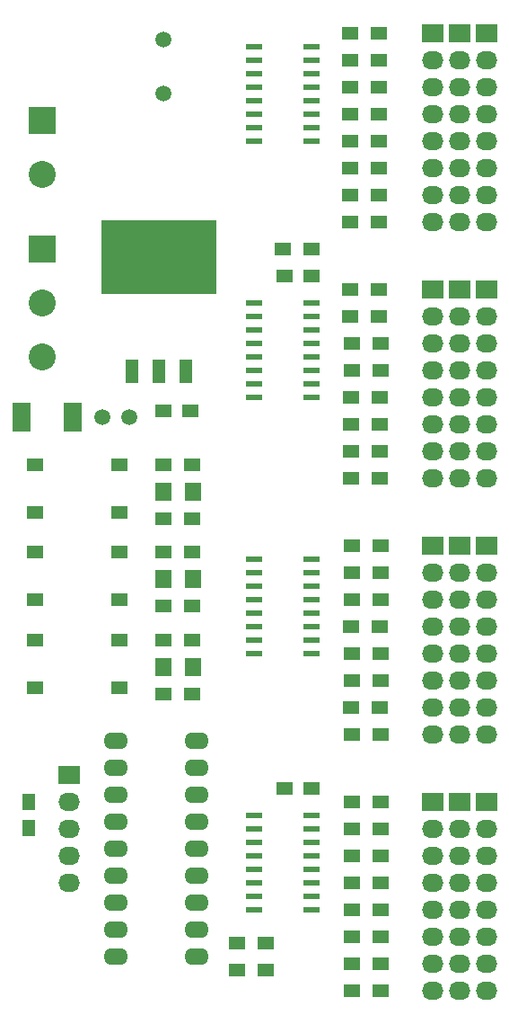
<source format=gts>
G04 #@! TF.FileFunction,Soldermask,Top*
%FSLAX46Y46*%
G04 Gerber Fmt 4.6, Leading zero omitted, Abs format (unit mm)*
G04 Created by KiCad (PCBNEW (2015-10-14 BZR 6269)-product) date Thursday, October 22, 2015 'PMt' 03:29:46 PM*
%MOMM*%
G01*
G04 APERTURE LIST*
%ADD10C,0.100000*%
%ADD11C,1.501140*%
%ADD12R,1.500000X1.250000*%
%ADD13R,1.250000X1.500000*%
%ADD14R,1.597660X1.800860*%
%ADD15R,1.800860X2.700020*%
%ADD16R,2.032000X1.727200*%
%ADD17O,2.032000X1.727200*%
%ADD18R,2.540000X2.540000*%
%ADD19C,2.540000*%
%ADD20R,1.500000X1.300000*%
%ADD21R,1.550000X1.300000*%
%ADD22R,1.500000X0.600000*%
%ADD23R,1.143000X2.286000*%
%ADD24R,10.800080X6.997700*%
%ADD25O,2.300000X1.600000*%
G04 APERTURE END LIST*
D10*
D11*
X152400000Y-67945000D03*
X152400000Y-62865000D03*
X149225000Y-98425000D03*
X146685000Y-98425000D03*
D12*
X154940000Y-97790000D03*
X152440000Y-97790000D03*
D13*
X139700000Y-134620000D03*
X139700000Y-137120000D03*
D14*
X155239720Y-105410000D03*
X152400000Y-105410000D03*
X155239720Y-113665000D03*
X152400000Y-113665000D03*
X155239720Y-121920000D03*
X152400000Y-121920000D03*
D15*
X139065000Y-98425000D03*
X143865600Y-98425000D03*
D16*
X177800000Y-62230000D03*
D17*
X177800000Y-64770000D03*
X177800000Y-67310000D03*
X177800000Y-69850000D03*
X177800000Y-72390000D03*
X177800000Y-74930000D03*
X177800000Y-77470000D03*
X177800000Y-80010000D03*
D16*
X180340000Y-62230000D03*
D17*
X180340000Y-64770000D03*
X180340000Y-67310000D03*
X180340000Y-69850000D03*
X180340000Y-72390000D03*
X180340000Y-74930000D03*
X180340000Y-77470000D03*
X180340000Y-80010000D03*
D16*
X182880000Y-62230000D03*
D17*
X182880000Y-64770000D03*
X182880000Y-67310000D03*
X182880000Y-69850000D03*
X182880000Y-72390000D03*
X182880000Y-74930000D03*
X182880000Y-77470000D03*
X182880000Y-80010000D03*
D16*
X177800000Y-86360000D03*
D17*
X177800000Y-88900000D03*
X177800000Y-91440000D03*
X177800000Y-93980000D03*
X177800000Y-96520000D03*
X177800000Y-99060000D03*
X177800000Y-101600000D03*
X177800000Y-104140000D03*
D16*
X180340000Y-86360000D03*
D17*
X180340000Y-88900000D03*
X180340000Y-91440000D03*
X180340000Y-93980000D03*
X180340000Y-96520000D03*
X180340000Y-99060000D03*
X180340000Y-101600000D03*
X180340000Y-104140000D03*
D16*
X182880000Y-86360000D03*
D17*
X182880000Y-88900000D03*
X182880000Y-91440000D03*
X182880000Y-93980000D03*
X182880000Y-96520000D03*
X182880000Y-99060000D03*
X182880000Y-101600000D03*
X182880000Y-104140000D03*
D16*
X177800000Y-110490000D03*
D17*
X177800000Y-113030000D03*
X177800000Y-115570000D03*
X177800000Y-118110000D03*
X177800000Y-120650000D03*
X177800000Y-123190000D03*
X177800000Y-125730000D03*
X177800000Y-128270000D03*
D16*
X180340000Y-110490000D03*
D17*
X180340000Y-113030000D03*
X180340000Y-115570000D03*
X180340000Y-118110000D03*
X180340000Y-120650000D03*
X180340000Y-123190000D03*
X180340000Y-125730000D03*
X180340000Y-128270000D03*
D16*
X182880000Y-110490000D03*
D17*
X182880000Y-113030000D03*
X182880000Y-115570000D03*
X182880000Y-118110000D03*
X182880000Y-120650000D03*
X182880000Y-123190000D03*
X182880000Y-125730000D03*
X182880000Y-128270000D03*
D16*
X177800000Y-134620000D03*
D17*
X177800000Y-137160000D03*
X177800000Y-139700000D03*
X177800000Y-142240000D03*
X177800000Y-144780000D03*
X177800000Y-147320000D03*
X177800000Y-149860000D03*
X177800000Y-152400000D03*
D16*
X180340000Y-134620000D03*
D17*
X180340000Y-137160000D03*
X180340000Y-139700000D03*
X180340000Y-142240000D03*
X180340000Y-144780000D03*
X180340000Y-147320000D03*
X180340000Y-149860000D03*
X180340000Y-152400000D03*
D16*
X182880000Y-134620000D03*
D17*
X182880000Y-137160000D03*
X182880000Y-139700000D03*
X182880000Y-142240000D03*
X182880000Y-144780000D03*
X182880000Y-147320000D03*
X182880000Y-149860000D03*
X182880000Y-152400000D03*
D18*
X140970000Y-70485000D03*
D19*
X140970000Y-75565000D03*
D18*
X140970000Y-82550000D03*
D19*
X140970000Y-87630000D03*
X140970000Y-92710000D03*
D16*
X143510000Y-132080000D03*
D17*
X143510000Y-134620000D03*
X143510000Y-137160000D03*
X143510000Y-139700000D03*
X143510000Y-142240000D03*
D20*
X170020000Y-62230000D03*
X172720000Y-62230000D03*
X170020000Y-64770000D03*
X172720000Y-64770000D03*
X170020000Y-67310000D03*
X172720000Y-67310000D03*
X170020000Y-69850000D03*
X172720000Y-69850000D03*
X170020000Y-72390000D03*
X172720000Y-72390000D03*
X170020000Y-74930000D03*
X172720000Y-74930000D03*
X170020000Y-77470000D03*
X172720000Y-77470000D03*
X170020000Y-80010000D03*
X172720000Y-80010000D03*
X170020000Y-86360000D03*
X172720000Y-86360000D03*
X170020000Y-88900000D03*
X172720000Y-88900000D03*
X170180000Y-91440000D03*
X172880000Y-91440000D03*
X170180000Y-93980000D03*
X172880000Y-93980000D03*
X170100000Y-96520000D03*
X172800000Y-96520000D03*
X170100000Y-99060000D03*
X172800000Y-99060000D03*
X170100000Y-101600000D03*
X172800000Y-101600000D03*
X170100000Y-104140000D03*
X172800000Y-104140000D03*
X152400000Y-102870000D03*
X155100000Y-102870000D03*
X155100000Y-107950000D03*
X152400000Y-107950000D03*
X152400000Y-111125000D03*
X155100000Y-111125000D03*
X155100000Y-116205000D03*
X152400000Y-116205000D03*
X152400000Y-119380000D03*
X155100000Y-119380000D03*
X155100000Y-124460000D03*
X152400000Y-124460000D03*
X162085000Y-147955000D03*
X159385000Y-147955000D03*
X162085000Y-150495000D03*
X159385000Y-150495000D03*
X170180000Y-110490000D03*
X172880000Y-110490000D03*
X170180000Y-113030000D03*
X172880000Y-113030000D03*
X170180000Y-115570000D03*
X172880000Y-115570000D03*
X170100000Y-118110000D03*
X172800000Y-118110000D03*
X170180000Y-120650000D03*
X172880000Y-120650000D03*
X170180000Y-123190000D03*
X172880000Y-123190000D03*
X170100000Y-125730000D03*
X172800000Y-125730000D03*
X170180000Y-128270000D03*
X172880000Y-128270000D03*
X170180000Y-134620000D03*
X172880000Y-134620000D03*
X170180000Y-137160000D03*
X172880000Y-137160000D03*
X170180000Y-139700000D03*
X172880000Y-139700000D03*
X170180000Y-142240000D03*
X172880000Y-142240000D03*
X170180000Y-144780000D03*
X172880000Y-144780000D03*
X170180000Y-147320000D03*
X172880000Y-147320000D03*
X170180000Y-149860000D03*
X172880000Y-149860000D03*
X170180000Y-152400000D03*
X172880000Y-152400000D03*
X163670000Y-82550000D03*
X166370000Y-82550000D03*
D21*
X140335000Y-107370000D03*
X140335000Y-102870000D03*
X148285000Y-102870000D03*
X148285000Y-107370000D03*
X140335000Y-115625000D03*
X140335000Y-111125000D03*
X148285000Y-111125000D03*
X148285000Y-115625000D03*
X140335000Y-123880000D03*
X140335000Y-119380000D03*
X148285000Y-119380000D03*
X148285000Y-123880000D03*
D22*
X160970000Y-63500000D03*
X160970000Y-64770000D03*
X160970000Y-66040000D03*
X160970000Y-67310000D03*
X160970000Y-68580000D03*
X160970000Y-69850000D03*
X160970000Y-71120000D03*
X160970000Y-72390000D03*
X166370000Y-72390000D03*
X166370000Y-71120000D03*
X166370000Y-69850000D03*
X166370000Y-68580000D03*
X166370000Y-67310000D03*
X166370000Y-66040000D03*
X166370000Y-64770000D03*
X166370000Y-63500000D03*
X160970000Y-87630000D03*
X160970000Y-88900000D03*
X160970000Y-90170000D03*
X160970000Y-91440000D03*
X160970000Y-92710000D03*
X160970000Y-93980000D03*
X160970000Y-95250000D03*
X160970000Y-96520000D03*
X166370000Y-96520000D03*
X166370000Y-95250000D03*
X166370000Y-93980000D03*
X166370000Y-92710000D03*
X166370000Y-91440000D03*
X166370000Y-90170000D03*
X166370000Y-88900000D03*
X166370000Y-87630000D03*
X160970000Y-111760000D03*
X160970000Y-113030000D03*
X160970000Y-114300000D03*
X160970000Y-115570000D03*
X160970000Y-116840000D03*
X160970000Y-118110000D03*
X160970000Y-119380000D03*
X160970000Y-120650000D03*
X166370000Y-120650000D03*
X166370000Y-119380000D03*
X166370000Y-118110000D03*
X166370000Y-116840000D03*
X166370000Y-115570000D03*
X166370000Y-114300000D03*
X166370000Y-113030000D03*
X166370000Y-111760000D03*
X160970000Y-135890000D03*
X160970000Y-137160000D03*
X160970000Y-138430000D03*
X160970000Y-139700000D03*
X160970000Y-140970000D03*
X160970000Y-142240000D03*
X160970000Y-143510000D03*
X160970000Y-144780000D03*
X166370000Y-144780000D03*
X166370000Y-143510000D03*
X166370000Y-142240000D03*
X166370000Y-140970000D03*
X166370000Y-139700000D03*
X166370000Y-138430000D03*
X166370000Y-137160000D03*
X166370000Y-135890000D03*
D23*
X152019000Y-94107000D03*
D24*
X152019000Y-83312000D03*
D23*
X154559000Y-94107000D03*
X149479000Y-94107000D03*
D25*
X147955000Y-128905000D03*
X147955000Y-131445000D03*
X147955000Y-133985000D03*
X147955000Y-136525000D03*
X147955000Y-139065000D03*
X147955000Y-141605000D03*
X147955000Y-144145000D03*
X147955000Y-146685000D03*
X147955000Y-149225000D03*
X155575000Y-149225000D03*
X155575000Y-146685000D03*
X155575000Y-144145000D03*
X155575000Y-141605000D03*
X155575000Y-139065000D03*
X155575000Y-136525000D03*
X155575000Y-133985000D03*
X155575000Y-131445000D03*
X155575000Y-128905000D03*
D12*
X166370000Y-133350000D03*
X163870000Y-133350000D03*
X166370000Y-85090000D03*
X163870000Y-85090000D03*
M02*

</source>
